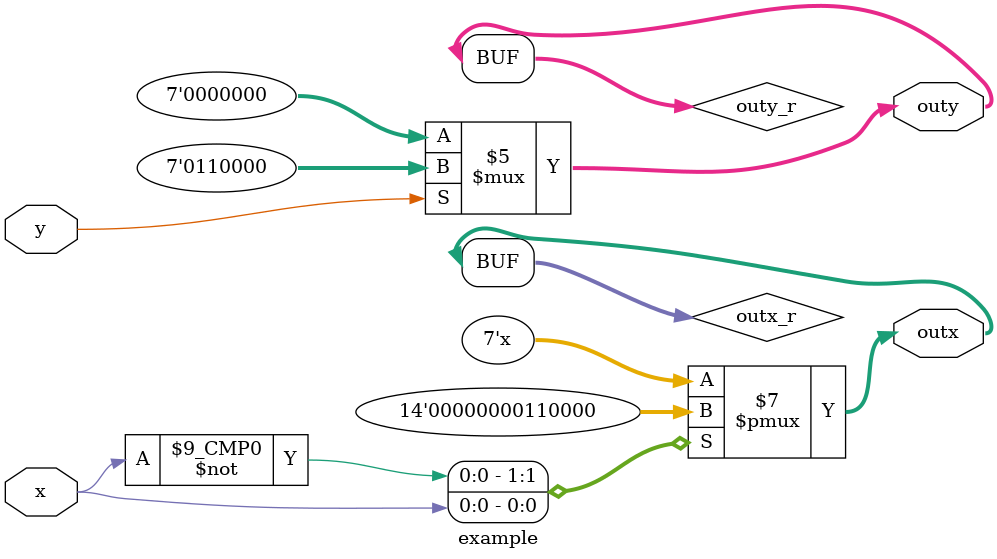
<source format=v>
module example (input x, input y, output [6:0] outx, output [6:0] outy);

	//A register is being declared here, this is because only
	//registers may be changed inside an always block. You cannot
	//use assign statements inside an always block. This means
	//out_r = 3; will work, but out=3; will not.
	reg [6:0] outx_r;
	reg [6:0] outy_r;

	//Because only registers can be changed inside an always block
	//we need to set the ouput to be equal to the register that we
	//are changing. Since Verilog runs in parallel this assignment
	//is always happening. Pysically you can think of connecting a wire
	//from the register directly to the output.
	assign outx = outx_r;
	assign outy = outy_r;

	//This is an always block. You read it as follows, "Always at 'x' begin"
	//This means that whenever 'in' changes values the code inside the always
	//block will be executed.
	always @(x) begin
		//This is a case statement. It is like a normal case statement, based
		//on the value of the case the code following it will be executed.
		case(x)
			//These are the case statements, since x only has 1 bit can only be
			//equal to 0 or 1. So just like the ternary that we demonstrated earlier
			//if x is equal to 1, we assign the value 48 to it, otherwise we assign the
			//value 0.
			0: outx_r = 7'b0000000;
			1: outx_r = 7'b0110000;
			//The default case is very important, in the case where x doesn't equal 0 or 1,
			//it will default to the default case, in this case, all x's which means no
			//definite value.
			default: outx_r = 7'bxxxxxxx;
		//All case statements need to be ended with an endcase statement.
		endcase
	end
	
	always @(y) begin
		//You can also do if statements.
		if (y == 0) outy_r = 7'b0000000;
		else outy_r = 7'b0110000;
	end
endmodule

</source>
